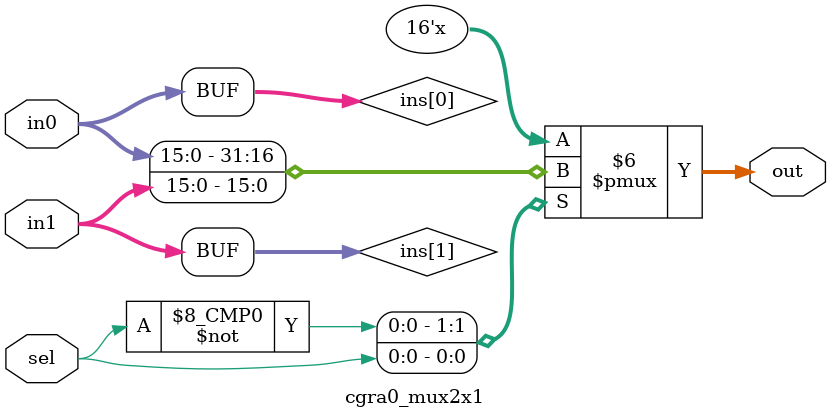
<source format=v>

module cgra0_mux2x1 #
(
  parameter WIDTH = 16
)
(
  input [1-1:0] sel,
  input [WIDTH-1:0] in0,
  input [WIDTH-1:0] in1,
  output [WIDTH-1:0] out
);

  wire [WIDTH-1:0] ins [0:2-1];
  assign ins[0] = in0;
  assign ins[1] = in1;
  assign out = ins[sel];

endmodule

</source>
